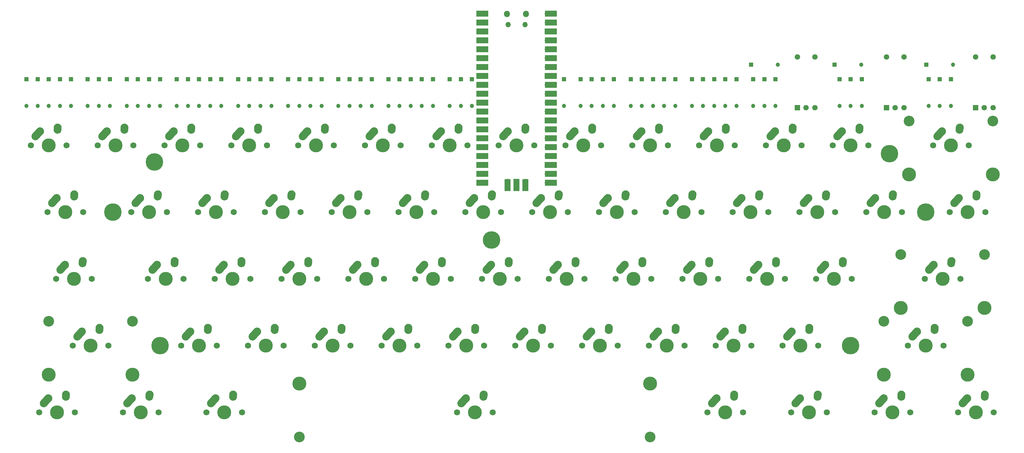
<source format=gbs>
%TF.GenerationSoftware,KiCad,Pcbnew,7.0.4*%
%TF.CreationDate,2023-05-29T10:37:39-04:00*%
%TF.ProjectId,keyboard,6b657962-6f61-4726-942e-6b696361645f,rev?*%
%TF.SameCoordinates,Original*%
%TF.FileFunction,Soldermask,Bot*%
%TF.FilePolarity,Negative*%
%FSLAX46Y46*%
G04 Gerber Fmt 4.6, Leading zero omitted, Abs format (unit mm)*
G04 Created by KiCad (PCBNEW 7.0.4) date 2023-05-29 10:37:39*
%MOMM*%
%LPD*%
G01*
G04 APERTURE LIST*
G04 Aperture macros list*
%AMHorizOval*
0 Thick line with rounded ends*
0 $1 width*
0 $2 $3 position (X,Y) of the first rounded end (center of the circle)*
0 $4 $5 position (X,Y) of the second rounded end (center of the circle)*
0 Add line between two ends*
20,1,$1,$2,$3,$4,$5,0*
0 Add two circle primitives to create the rounded ends*
1,1,$1,$2,$3*
1,1,$1,$4,$5*%
G04 Aperture macros list end*
%ADD10C,3.048000*%
%ADD11C,3.987800*%
%ADD12C,1.750000*%
%ADD13HorizOval,2.250000X0.655001X0.730000X-0.655001X-0.730000X0*%
%ADD14C,2.250000*%
%ADD15HorizOval,2.250000X0.020000X0.290000X-0.020000X-0.290000X0*%
%ADD16R,1.200000X1.200000*%
%ADD17C,1.200000*%
%ADD18C,5.000000*%
%ADD19C,1.550000*%
%ADD20R,1.550000X1.550000*%
%ADD21O,1.800000X1.800000*%
%ADD22O,1.500000X1.500000*%
%ADD23O,1.700000X1.700000*%
%ADD24R,3.500000X1.700000*%
%ADD25R,1.700000X1.700000*%
%ADD26R,1.700000X3.500000*%
G04 APERTURE END LIST*
D10*
%TO.C,MX42*%
X65055750Y-139065000D03*
D11*
X65055750Y-154305000D03*
D12*
X71913750Y-146050000D03*
D11*
X76993750Y-146050000D03*
D12*
X82073750Y-146050000D03*
D10*
X88931750Y-139065000D03*
D11*
X88931750Y-154305000D03*
D13*
X73838751Y-142780000D03*
D14*
X74493750Y-142050000D03*
D15*
X79513750Y-141260000D03*
D14*
X79533750Y-140970000D03*
%TD*%
D16*
%TO.C,D43*%
X230981250Y-70005750D03*
D17*
X230981250Y-77631750D03*
%TD*%
D16*
%TO.C,D60*%
X319087500Y-70005750D03*
D17*
X319087500Y-77631750D03*
%TD*%
D16*
%TO.C,D52*%
X261143750Y-70005750D03*
D17*
X261143750Y-77631750D03*
%TD*%
D18*
%TO.C,REF\u002A\u002A*%
X83343750Y-107950000D03*
%TD*%
D12*
%TO.C,MX50*%
X236220000Y-146050000D03*
D11*
X241300000Y-146050000D03*
D12*
X246380000Y-146050000D03*
D13*
X238145001Y-142780000D03*
D14*
X238800000Y-142050000D03*
D15*
X243820000Y-141260000D03*
D14*
X243840000Y-140970000D03*
%TD*%
D12*
%TO.C,MX33*%
X150495000Y-127000000D03*
D11*
X155575000Y-127000000D03*
D12*
X160655000Y-127000000D03*
D13*
X152420001Y-123730000D03*
D14*
X153075000Y-123000000D03*
D15*
X158095000Y-122210000D03*
D14*
X158115000Y-121920000D03*
%TD*%
D16*
%TO.C,D46*%
X240506250Y-70005750D03*
D17*
X240506250Y-77631750D03*
%TD*%
D12*
%TO.C,MX5*%
X136207500Y-88900000D03*
D11*
X141287500Y-88900000D03*
D12*
X146367500Y-88900000D03*
D13*
X138132501Y-85630000D03*
D14*
X138787500Y-84900000D03*
D15*
X143807500Y-84110000D03*
D14*
X143827500Y-83820000D03*
%TD*%
D12*
%TO.C,MX18*%
X126682500Y-107950000D03*
D11*
X131762500Y-107950000D03*
D12*
X136842500Y-107950000D03*
D13*
X128607501Y-104680000D03*
D14*
X129262500Y-103950000D03*
D15*
X134282500Y-103160000D03*
D14*
X134302500Y-102870000D03*
%TD*%
D12*
%TO.C,MX7*%
X174307500Y-88900000D03*
D11*
X179387500Y-88900000D03*
D12*
X184467500Y-88900000D03*
D13*
X176232501Y-85630000D03*
D14*
X176887500Y-84900000D03*
D15*
X181907500Y-84110000D03*
D14*
X181927500Y-83820000D03*
%TD*%
D16*
%TO.C,D8*%
X82550000Y-70005750D03*
D17*
X82550000Y-77631750D03*
%TD*%
D16*
%TO.C,D31*%
X165100000Y-70005750D03*
D17*
X165100000Y-77631750D03*
%TD*%
D16*
%TO.C,D44*%
X234156250Y-70005750D03*
D17*
X234156250Y-77631750D03*
%TD*%
D12*
%TO.C,MX20*%
X164782500Y-107950000D03*
D11*
X169862500Y-107950000D03*
D12*
X174942500Y-107950000D03*
D13*
X166707501Y-104680000D03*
D14*
X167362500Y-103950000D03*
D15*
X172382500Y-103160000D03*
D14*
X172402500Y-102870000D03*
%TD*%
D12*
%TO.C,MX60*%
X300513750Y-165100000D03*
D11*
X305593750Y-165100000D03*
D12*
X310673750Y-165100000D03*
D13*
X302438751Y-161830000D03*
D14*
X303093750Y-161100000D03*
D15*
X308113750Y-160310000D03*
D14*
X308133750Y-160020000D03*
%TD*%
D16*
%TO.C,D17*%
X114300000Y-70005750D03*
D17*
X114300000Y-77631750D03*
%TD*%
D16*
%TO.C,D11*%
X93662500Y-70005750D03*
D17*
X93662500Y-77631750D03*
%TD*%
D12*
%TO.C,MX27*%
X298132500Y-107950000D03*
D11*
X303212500Y-107950000D03*
D12*
X308292500Y-107950000D03*
D13*
X300057501Y-104680000D03*
D14*
X300712500Y-103950000D03*
D15*
X305732500Y-103160000D03*
D14*
X305752500Y-102870000D03*
%TD*%
D12*
%TO.C,MX2*%
X79057500Y-88900000D03*
D11*
X84137500Y-88900000D03*
D12*
X89217500Y-88900000D03*
D13*
X80982501Y-85630000D03*
D14*
X81637500Y-84900000D03*
D15*
X86657500Y-84110000D03*
D14*
X86677500Y-83820000D03*
%TD*%
D16*
%TO.C,D39*%
X216693750Y-70005750D03*
D17*
X216693750Y-77631750D03*
%TD*%
D16*
%TO.C,D48*%
X248443750Y-70005750D03*
D17*
X248443750Y-77631750D03*
%TD*%
D16*
%TO.C,D10*%
X90487500Y-70005750D03*
D17*
X90487500Y-77631750D03*
%TD*%
D16*
%TO.C,D2*%
X61912500Y-70005750D03*
D17*
X61912500Y-77631750D03*
%TD*%
D12*
%TO.C,MX30*%
X93345000Y-127000000D03*
D11*
X98425000Y-127000000D03*
D12*
X103505000Y-127000000D03*
D13*
X95270001Y-123730000D03*
D14*
X95925000Y-123000000D03*
D15*
X100945000Y-122210000D03*
D14*
X100965000Y-121920000D03*
%TD*%
D12*
%TO.C,MX48*%
X198120000Y-146050000D03*
D11*
X203200000Y-146050000D03*
D12*
X208280000Y-146050000D03*
D13*
X200045001Y-142780000D03*
D14*
X200700000Y-142050000D03*
D15*
X205720000Y-141260000D03*
D14*
X205740000Y-140970000D03*
%TD*%
D16*
%TO.C,D13*%
X101600000Y-70005750D03*
D17*
X101600000Y-77631750D03*
%TD*%
D16*
%TO.C,D41*%
X223043750Y-70005750D03*
D17*
X223043750Y-77631750D03*
%TD*%
D16*
%TO.C,D23*%
X136525000Y-70005750D03*
D17*
X136525000Y-77631750D03*
%TD*%
D12*
%TO.C,MX55*%
X86201250Y-165100000D03*
D11*
X91281250Y-165100000D03*
D12*
X96361250Y-165100000D03*
D13*
X88126251Y-161830000D03*
D14*
X88781250Y-161100000D03*
D15*
X93801250Y-160310000D03*
D14*
X93821250Y-160020000D03*
%TD*%
D12*
%TO.C,MX6*%
X155257500Y-88900000D03*
D11*
X160337500Y-88900000D03*
D12*
X165417500Y-88900000D03*
D13*
X157182501Y-85630000D03*
D14*
X157837500Y-84900000D03*
D15*
X162857500Y-84110000D03*
D14*
X162877500Y-83820000D03*
%TD*%
D16*
%TO.C,D64*%
X315274500Y-65881250D03*
D17*
X322900500Y-65881250D03*
%TD*%
D18*
%TO.C,*%
X95250000Y-93662500D03*
%TD*%
D16*
%TO.C,D33*%
X171450000Y-70005750D03*
D17*
X171450000Y-77631750D03*
%TD*%
D12*
%TO.C,MX51*%
X255270000Y-146050000D03*
D11*
X260350000Y-146050000D03*
D12*
X265430000Y-146050000D03*
D13*
X257195001Y-142780000D03*
D14*
X257850000Y-142050000D03*
D15*
X262870000Y-141260000D03*
D14*
X262890000Y-140970000D03*
%TD*%
D10*
%TO.C,MX41*%
X307943250Y-120015000D03*
D11*
X307943250Y-135255000D03*
D12*
X314801250Y-127000000D03*
D11*
X319881250Y-127000000D03*
D12*
X324961250Y-127000000D03*
D10*
X331819250Y-120015000D03*
D11*
X331819250Y-135255000D03*
D13*
X316726251Y-123730000D03*
D14*
X317381250Y-123000000D03*
D15*
X322401250Y-122210000D03*
D14*
X322421250Y-121920000D03*
%TD*%
D12*
%TO.C,MX3*%
X98107500Y-88900000D03*
D11*
X103187500Y-88900000D03*
D12*
X108267500Y-88900000D03*
D13*
X100032501Y-85630000D03*
D14*
X100687500Y-84900000D03*
D15*
X105707500Y-84110000D03*
D14*
X105727500Y-83820000D03*
%TD*%
D16*
%TO.C,D15*%
X107950000Y-70005750D03*
D17*
X107950000Y-77631750D03*
%TD*%
D16*
%TO.C,D26*%
X147637500Y-70005750D03*
D17*
X147637500Y-77631750D03*
%TD*%
D16*
%TO.C,D30*%
X161925000Y-70005750D03*
D17*
X161925000Y-77631750D03*
%TD*%
D16*
%TO.C,D3*%
X65087500Y-70005750D03*
D17*
X65087500Y-77631750D03*
%TD*%
D12*
%TO.C,MX44*%
X121920000Y-146050000D03*
D11*
X127000000Y-146050000D03*
D12*
X132080000Y-146050000D03*
D13*
X123845001Y-142780000D03*
D14*
X124500000Y-142050000D03*
D15*
X129520000Y-141260000D03*
D14*
X129540000Y-140970000D03*
%TD*%
D19*
%TO.C,ENC3*%
X329287500Y-63643750D03*
X334287500Y-63643750D03*
D20*
X329287500Y-78143750D03*
D19*
X334287500Y-78143750D03*
X331787500Y-78143750D03*
%TD*%
D16*
%TO.C,D22*%
X133350000Y-70005750D03*
D17*
X133350000Y-77631750D03*
%TD*%
D16*
%TO.C,D45*%
X237331250Y-70005750D03*
D17*
X237331250Y-77631750D03*
%TD*%
D12*
%TO.C,MX56*%
X110013750Y-165100000D03*
D11*
X115093750Y-165100000D03*
D12*
X120173750Y-165100000D03*
D13*
X111938751Y-161830000D03*
D14*
X112593750Y-161100000D03*
D15*
X117613750Y-160310000D03*
D14*
X117633750Y-160020000D03*
%TD*%
D16*
%TO.C,D56*%
X290512500Y-70005750D03*
D17*
X290512500Y-77631750D03*
%TD*%
D12*
%TO.C,MX32*%
X131445000Y-127000000D03*
D11*
X136525000Y-127000000D03*
D12*
X141605000Y-127000000D03*
D13*
X133370001Y-123730000D03*
D14*
X134025000Y-123000000D03*
D15*
X139045000Y-122210000D03*
D14*
X139065000Y-121920000D03*
%TD*%
D16*
%TO.C,D18*%
X119062500Y-70005750D03*
D17*
X119062500Y-77631750D03*
%TD*%
D12*
%TO.C,MX34*%
X169545000Y-127000000D03*
D11*
X174625000Y-127000000D03*
D12*
X179705000Y-127000000D03*
D13*
X171470001Y-123730000D03*
D14*
X172125000Y-123000000D03*
D15*
X177145000Y-122210000D03*
D14*
X177165000Y-121920000D03*
%TD*%
D12*
%TO.C,MX10*%
X231457500Y-88900000D03*
D11*
X236537500Y-88900000D03*
D12*
X241617500Y-88900000D03*
D13*
X233382501Y-85630000D03*
D14*
X234037500Y-84900000D03*
D15*
X239057500Y-84110000D03*
D14*
X239077500Y-83820000D03*
%TD*%
D16*
%TO.C,D19*%
X122237500Y-70005750D03*
D17*
X122237500Y-77631750D03*
%TD*%
D16*
%TO.C,D38*%
X211931250Y-70005750D03*
D17*
X211931250Y-77631750D03*
%TD*%
D16*
%TO.C,D40*%
X219868750Y-70005750D03*
D17*
X219868750Y-77631750D03*
%TD*%
D19*
%TO.C,ENC1*%
X278487500Y-63643750D03*
X283487500Y-63643750D03*
D20*
X278487500Y-78143750D03*
D19*
X283487500Y-78143750D03*
X280987500Y-78143750D03*
%TD*%
D12*
%TO.C,MX52*%
X274320000Y-146050000D03*
D11*
X279400000Y-146050000D03*
D12*
X284480000Y-146050000D03*
D13*
X276245001Y-142780000D03*
D14*
X276900000Y-142050000D03*
D15*
X281920000Y-141260000D03*
D14*
X281940000Y-140970000D03*
%TD*%
D12*
%TO.C,MX17*%
X107632500Y-107950000D03*
D11*
X112712500Y-107950000D03*
D12*
X117792500Y-107950000D03*
D13*
X109557501Y-104680000D03*
D14*
X110212500Y-103950000D03*
D15*
X115232500Y-103160000D03*
D14*
X115252500Y-102870000D03*
%TD*%
D16*
%TO.C,D53*%
X265906250Y-70005750D03*
D17*
X265906250Y-77631750D03*
%TD*%
D16*
%TO.C,D1*%
X58737500Y-70005750D03*
D17*
X58737500Y-77631750D03*
%TD*%
D12*
%TO.C,MX39*%
X264795000Y-127000000D03*
D11*
X269875000Y-127000000D03*
D12*
X274955000Y-127000000D03*
D13*
X266720001Y-123730000D03*
D14*
X267375000Y-123000000D03*
D15*
X272395000Y-122210000D03*
D14*
X272415000Y-121920000D03*
%TD*%
D12*
%TO.C,MX43*%
X102870000Y-146050000D03*
D11*
X107950000Y-146050000D03*
D12*
X113030000Y-146050000D03*
D13*
X104795001Y-142780000D03*
D14*
X105450000Y-142050000D03*
D15*
X110470000Y-141260000D03*
D14*
X110490000Y-140970000D03*
%TD*%
D16*
%TO.C,D42*%
X226218750Y-70005750D03*
D17*
X226218750Y-77631750D03*
%TD*%
D19*
%TO.C,ENC2*%
X303887500Y-63643750D03*
X308887500Y-63643750D03*
D20*
X303887500Y-78143750D03*
D19*
X308887500Y-78143750D03*
X306387500Y-78143750D03*
%TD*%
D16*
%TO.C,D47*%
X243681250Y-70005750D03*
D17*
X243681250Y-77631750D03*
%TD*%
D12*
%TO.C,MX45*%
X140970000Y-146050000D03*
D11*
X146050000Y-146050000D03*
D12*
X151130000Y-146050000D03*
D13*
X142895001Y-142780000D03*
D14*
X143550000Y-142050000D03*
D15*
X148570000Y-141260000D03*
D14*
X148590000Y-140970000D03*
%TD*%
D16*
%TO.C,D49*%
X251618750Y-70005750D03*
D17*
X251618750Y-77631750D03*
%TD*%
D16*
%TO.C,D24*%
X139700000Y-70005750D03*
D17*
X139700000Y-77631750D03*
%TD*%
D18*
%TO.C,REF\u002A\u002A*%
X315118750Y-107950000D03*
%TD*%
D16*
%TO.C,D29*%
X157162500Y-70005750D03*
D17*
X157162500Y-77631750D03*
%TD*%
D12*
%TO.C,MX37*%
X226695000Y-127000000D03*
D11*
X231775000Y-127000000D03*
D12*
X236855000Y-127000000D03*
D13*
X228620001Y-123730000D03*
D14*
X229275000Y-123000000D03*
D15*
X234295000Y-122210000D03*
D14*
X234315000Y-121920000D03*
%TD*%
D18*
%TO.C,REF\u002A\u002A*%
X95250000Y-93662500D03*
%TD*%
D16*
%TO.C,D28*%
X153987500Y-70005750D03*
D17*
X153987500Y-77631750D03*
%TD*%
D12*
%TO.C,MX40*%
X283845000Y-127000000D03*
D11*
X288925000Y-127000000D03*
D12*
X294005000Y-127000000D03*
D13*
X285770001Y-123730000D03*
D14*
X286425000Y-123000000D03*
D15*
X291445000Y-122210000D03*
D14*
X291465000Y-121920000D03*
%TD*%
D16*
%TO.C,D58*%
X296862500Y-70005750D03*
D17*
X296862500Y-77631750D03*
%TD*%
D16*
%TO.C,D14*%
X104775000Y-70005750D03*
D17*
X104775000Y-77631750D03*
%TD*%
D16*
%TO.C,D6*%
X76200000Y-70005750D03*
D17*
X76200000Y-77631750D03*
%TD*%
D12*
%TO.C,MX54*%
X62388750Y-165100000D03*
D11*
X67468750Y-165100000D03*
D12*
X72548750Y-165100000D03*
D13*
X64313751Y-161830000D03*
D14*
X64968750Y-161100000D03*
D15*
X69988750Y-160310000D03*
D14*
X70008750Y-160020000D03*
%TD*%
D16*
%TO.C,D34*%
X174625000Y-70005750D03*
D17*
X174625000Y-77631750D03*
%TD*%
D12*
%TO.C,MX15*%
X64770000Y-107950000D03*
D11*
X69850000Y-107950000D03*
D12*
X74930000Y-107950000D03*
D13*
X66695001Y-104680000D03*
D14*
X67350000Y-103950000D03*
D15*
X72370000Y-103160000D03*
D14*
X72390000Y-102870000D03*
%TD*%
D12*
%TO.C,MX36*%
X207645000Y-127000000D03*
D11*
X212725000Y-127000000D03*
D12*
X217805000Y-127000000D03*
D13*
X209570001Y-123730000D03*
D14*
X210225000Y-123000000D03*
D15*
X215245000Y-122210000D03*
D14*
X215265000Y-121920000D03*
%TD*%
D12*
%TO.C,MX49*%
X217170000Y-146050000D03*
D11*
X222250000Y-146050000D03*
D12*
X227330000Y-146050000D03*
D13*
X219095001Y-142780000D03*
D14*
X219750000Y-142050000D03*
D15*
X224770000Y-141260000D03*
D14*
X224790000Y-140970000D03*
%TD*%
D16*
%TO.C,D62*%
X265268250Y-65881250D03*
D17*
X272894250Y-65881250D03*
%TD*%
D16*
%TO.C,D20*%
X125412500Y-70005750D03*
D17*
X125412500Y-77631750D03*
%TD*%
D12*
%TO.C,MX31*%
X112395000Y-127000000D03*
D11*
X117475000Y-127000000D03*
D12*
X122555000Y-127000000D03*
D13*
X114320001Y-123730000D03*
D14*
X114975000Y-123000000D03*
D15*
X119995000Y-122210000D03*
D14*
X120015000Y-121920000D03*
%TD*%
D12*
%TO.C,MX13*%
X288607500Y-88900000D03*
D11*
X293687500Y-88900000D03*
D12*
X298767500Y-88900000D03*
D13*
X290532501Y-85630000D03*
D14*
X291187500Y-84900000D03*
D15*
X296207500Y-84110000D03*
D14*
X296227500Y-83820000D03*
%TD*%
D16*
%TO.C,D12*%
X96837500Y-70005750D03*
D17*
X96837500Y-77631750D03*
%TD*%
D10*
%TO.C,MX53*%
X303180750Y-139065000D03*
D11*
X303180750Y-154305000D03*
D12*
X310038750Y-146050000D03*
D11*
X315118750Y-146050000D03*
D12*
X320198750Y-146050000D03*
D10*
X327056750Y-139065000D03*
D11*
X327056750Y-154305000D03*
D13*
X311963751Y-142780000D03*
D14*
X312618750Y-142050000D03*
D15*
X317638750Y-141260000D03*
D14*
X317658750Y-140970000D03*
%TD*%
D16*
%TO.C,D35*%
X179387500Y-70005750D03*
D17*
X179387500Y-77631750D03*
%TD*%
D16*
%TO.C,D16*%
X111125000Y-70005750D03*
D17*
X111125000Y-77631750D03*
%TD*%
D16*
%TO.C,D5*%
X71437500Y-70005750D03*
D17*
X71437500Y-77631750D03*
%TD*%
D16*
%TO.C,D61*%
X322262500Y-70005750D03*
D17*
X322262500Y-77631750D03*
%TD*%
D16*
%TO.C,D51*%
X257968750Y-70005750D03*
D17*
X257968750Y-77631750D03*
%TD*%
D18*
%TO.C,REF\u002A\u002A*%
X304800000Y-91281250D03*
%TD*%
D12*
%TO.C,MX23*%
X221932500Y-107950000D03*
D11*
X227012500Y-107950000D03*
D12*
X232092500Y-107950000D03*
D13*
X223857501Y-104680000D03*
D14*
X224512500Y-103950000D03*
D15*
X229532500Y-103160000D03*
D14*
X229552500Y-102870000D03*
%TD*%
D11*
%TO.C,MX57*%
X136531350Y-156845000D03*
D10*
X136531350Y-172085000D03*
D12*
X181451250Y-165100000D03*
D11*
X186531250Y-165100000D03*
D12*
X191611250Y-165100000D03*
D11*
X236531150Y-156845000D03*
D10*
X236531150Y-172085000D03*
D13*
X183376251Y-161830000D03*
D14*
X184031250Y-161100000D03*
D15*
X189051250Y-160310000D03*
D14*
X189071250Y-160020000D03*
%TD*%
D16*
%TO.C,D55*%
X272256250Y-70005750D03*
D17*
X272256250Y-77631750D03*
%TD*%
D12*
%TO.C,MX8*%
X193357500Y-88900000D03*
D11*
X198437500Y-88900000D03*
D12*
X203517500Y-88900000D03*
D13*
X195282501Y-85630000D03*
D14*
X195937500Y-84900000D03*
D15*
X200957500Y-84110000D03*
D14*
X200977500Y-83820000D03*
%TD*%
D16*
%TO.C,D54*%
X269081250Y-70005750D03*
D17*
X269081250Y-77631750D03*
%TD*%
D12*
%TO.C,MX47*%
X179070000Y-146050000D03*
D11*
X184150000Y-146050000D03*
D12*
X189230000Y-146050000D03*
D13*
X180995001Y-142780000D03*
D14*
X181650000Y-142050000D03*
D15*
X186670000Y-141260000D03*
D14*
X186690000Y-140970000D03*
%TD*%
D12*
%TO.C,MX59*%
X276701250Y-165100000D03*
D11*
X281781250Y-165100000D03*
D12*
X286861250Y-165100000D03*
D13*
X278626251Y-161830000D03*
D14*
X279281250Y-161100000D03*
D15*
X284301250Y-160310000D03*
D14*
X284321250Y-160020000D03*
%TD*%
D16*
%TO.C,D21*%
X128587500Y-70005750D03*
D17*
X128587500Y-77631750D03*
%TD*%
D16*
%TO.C,D59*%
X315912500Y-70005750D03*
D17*
X315912500Y-77631750D03*
%TD*%
D12*
%TO.C,MX46*%
X160020000Y-146050000D03*
D11*
X165100000Y-146050000D03*
D12*
X170180000Y-146050000D03*
D13*
X161945001Y-142780000D03*
D14*
X162600000Y-142050000D03*
D15*
X167620000Y-141260000D03*
D14*
X167640000Y-140970000D03*
%TD*%
D16*
%TO.C,D27*%
X150812500Y-70005750D03*
D17*
X150812500Y-77631750D03*
%TD*%
D18*
%TO.C,REF\u002A\u002A*%
X96837500Y-146050000D03*
%TD*%
D12*
%TO.C,MX58*%
X252888750Y-165100000D03*
D11*
X257968750Y-165100000D03*
D12*
X263048750Y-165100000D03*
D13*
X254813751Y-161830000D03*
D14*
X255468750Y-161100000D03*
D15*
X260488750Y-160310000D03*
D14*
X260508750Y-160020000D03*
%TD*%
D16*
%TO.C,D50*%
X254793750Y-70005750D03*
D17*
X254793750Y-77631750D03*
%TD*%
D16*
%TO.C,D57*%
X293687500Y-70005750D03*
D17*
X293687500Y-77631750D03*
%TD*%
D16*
%TO.C,D4*%
X68262500Y-70005750D03*
D17*
X68262500Y-77631750D03*
%TD*%
D12*
%TO.C,MX26*%
X279082500Y-107950000D03*
D11*
X284162500Y-107950000D03*
D12*
X289242500Y-107950000D03*
D13*
X281007501Y-104680000D03*
D14*
X281662500Y-103950000D03*
D15*
X286682500Y-103160000D03*
D14*
X286702500Y-102870000D03*
%TD*%
D12*
%TO.C,MX35*%
X188595000Y-127000000D03*
D11*
X193675000Y-127000000D03*
D12*
X198755000Y-127000000D03*
D13*
X190520001Y-123730000D03*
D14*
X191175000Y-123000000D03*
D15*
X196195000Y-122210000D03*
D14*
X196215000Y-121920000D03*
%TD*%
D12*
%TO.C,MX24*%
X240982500Y-107950000D03*
D11*
X246062500Y-107950000D03*
D12*
X251142500Y-107950000D03*
D13*
X242907501Y-104680000D03*
D14*
X243562500Y-103950000D03*
D15*
X248582500Y-103160000D03*
D14*
X248602500Y-102870000D03*
%TD*%
D16*
%TO.C,D9*%
X87312500Y-70005750D03*
D17*
X87312500Y-77631750D03*
%TD*%
D16*
%TO.C,D7*%
X79375000Y-70005750D03*
D17*
X79375000Y-77631750D03*
%TD*%
D16*
%TO.C,D63*%
X289080750Y-65881250D03*
D17*
X296706750Y-65881250D03*
%TD*%
D12*
%TO.C,MX38*%
X245745000Y-127000000D03*
D11*
X250825000Y-127000000D03*
D12*
X255905000Y-127000000D03*
D13*
X247670001Y-123730000D03*
D14*
X248325000Y-123000000D03*
D15*
X253345000Y-122210000D03*
D14*
X253365000Y-121920000D03*
%TD*%
D12*
%TO.C,MX21*%
X183832500Y-107950000D03*
D11*
X188912500Y-107950000D03*
D12*
X193992500Y-107950000D03*
D13*
X185757501Y-104680000D03*
D14*
X186412500Y-103950000D03*
D15*
X191432500Y-103160000D03*
D14*
X191452500Y-102870000D03*
%TD*%
D12*
%TO.C,MX19*%
X145732500Y-107950000D03*
D11*
X150812500Y-107950000D03*
D12*
X155892500Y-107950000D03*
D13*
X147657501Y-104680000D03*
D14*
X148312500Y-103950000D03*
D15*
X153332500Y-103160000D03*
D14*
X153352500Y-102870000D03*
%TD*%
D12*
%TO.C,MX25*%
X260032500Y-107950000D03*
D11*
X265112500Y-107950000D03*
D12*
X270192500Y-107950000D03*
D13*
X261957501Y-104680000D03*
D14*
X262612500Y-103950000D03*
D15*
X267632500Y-103160000D03*
D14*
X267652500Y-102870000D03*
%TD*%
D16*
%TO.C,D36*%
X182562500Y-70005750D03*
D17*
X182562500Y-77631750D03*
%TD*%
D18*
%TO.C,REF\u002A\u002A*%
X191293750Y-115887500D03*
%TD*%
D10*
%TO.C,MX14*%
X310324500Y-81915000D03*
D11*
X310324500Y-97155000D03*
D12*
X317182500Y-88900000D03*
D11*
X322262500Y-88900000D03*
D12*
X327342500Y-88900000D03*
D10*
X334200500Y-81915000D03*
D11*
X334200500Y-97155000D03*
D13*
X319107501Y-85630000D03*
D14*
X319762500Y-84900000D03*
D15*
X324782500Y-84110000D03*
D14*
X324802500Y-83820000D03*
%TD*%
D12*
%TO.C,MX61*%
X324326250Y-165100000D03*
D11*
X329406250Y-165100000D03*
D12*
X334486250Y-165100000D03*
D13*
X326251251Y-161830000D03*
D14*
X326906250Y-161100000D03*
D15*
X331926250Y-160310000D03*
D14*
X331946250Y-160020000D03*
%TD*%
D12*
%TO.C,MX28*%
X321945000Y-107950000D03*
D11*
X327025000Y-107950000D03*
D12*
X332105000Y-107950000D03*
D13*
X323870001Y-104680000D03*
D14*
X324525000Y-103950000D03*
D15*
X329545000Y-103160000D03*
D14*
X329565000Y-102870000D03*
%TD*%
D12*
%TO.C,MX12*%
X269557500Y-88900000D03*
D11*
X274637500Y-88900000D03*
D12*
X279717500Y-88900000D03*
D13*
X271482501Y-85630000D03*
D14*
X272137500Y-84900000D03*
D15*
X277157500Y-84110000D03*
D14*
X277177500Y-83820000D03*
%TD*%
D16*
%TO.C,D25*%
X142875000Y-70005750D03*
D17*
X142875000Y-77631750D03*
%TD*%
D12*
%TO.C,MX16*%
X88582500Y-107950000D03*
D11*
X93662500Y-107950000D03*
D12*
X98742500Y-107950000D03*
D13*
X90507501Y-104680000D03*
D14*
X91162500Y-103950000D03*
D15*
X96182500Y-103160000D03*
D14*
X96202500Y-102870000D03*
%TD*%
D12*
%TO.C,MX1*%
X60007500Y-88900000D03*
D11*
X65087500Y-88900000D03*
D12*
X70167500Y-88900000D03*
D13*
X61932501Y-85630000D03*
D14*
X62587500Y-84900000D03*
D15*
X67607500Y-84110000D03*
D14*
X67627500Y-83820000D03*
%TD*%
D12*
%TO.C,MX4*%
X117157500Y-88900000D03*
D11*
X122237500Y-88900000D03*
D12*
X127317500Y-88900000D03*
D13*
X119082501Y-85630000D03*
D14*
X119737500Y-84900000D03*
D15*
X124757500Y-84110000D03*
D14*
X124777500Y-83820000D03*
%TD*%
D18*
%TO.C,REF\u002A\u002A*%
X293687500Y-146050000D03*
%TD*%
D12*
%TO.C,MX11*%
X250507500Y-88900000D03*
D11*
X255587500Y-88900000D03*
D12*
X260667500Y-88900000D03*
D13*
X252432501Y-85630000D03*
D14*
X253087500Y-84900000D03*
D15*
X258107500Y-84110000D03*
D14*
X258127500Y-83820000D03*
%TD*%
D16*
%TO.C,D32*%
X168275000Y-70005750D03*
D17*
X168275000Y-77631750D03*
%TD*%
D12*
%TO.C,MX29*%
X67151250Y-127000000D03*
D11*
X72231250Y-127000000D03*
D12*
X77311250Y-127000000D03*
D13*
X69076251Y-123730000D03*
D14*
X69731250Y-123000000D03*
D15*
X74751250Y-122210000D03*
D14*
X74771250Y-121920000D03*
%TD*%
D16*
%TO.C,D37*%
X185737500Y-70005750D03*
D17*
X185737500Y-77631750D03*
%TD*%
D12*
%TO.C,MX22*%
X202882500Y-107950000D03*
D11*
X207962500Y-107950000D03*
D12*
X213042500Y-107950000D03*
D13*
X204807501Y-104680000D03*
D14*
X205462500Y-103950000D03*
D15*
X210482500Y-103160000D03*
D14*
X210502500Y-102870000D03*
%TD*%
D12*
%TO.C,MX9*%
X212407500Y-88900000D03*
D11*
X217487500Y-88900000D03*
D12*
X222567500Y-88900000D03*
D13*
X214332501Y-85630000D03*
D14*
X214987500Y-84900000D03*
D15*
X220007500Y-84110000D03*
D14*
X220027500Y-83820000D03*
%TD*%
D21*
%TO.C,U1*%
X201162500Y-51406250D03*
D22*
X200862500Y-54436250D03*
X196012500Y-54436250D03*
D21*
X195712500Y-51406250D03*
D23*
X207327500Y-51276250D03*
D24*
X208227500Y-51276250D03*
D23*
X207327500Y-53816250D03*
D24*
X208227500Y-53816250D03*
D25*
X207327500Y-56356250D03*
D24*
X208227500Y-56356250D03*
D23*
X207327500Y-58896250D03*
D24*
X208227500Y-58896250D03*
D23*
X207327500Y-61436250D03*
D24*
X208227500Y-61436250D03*
D23*
X207327500Y-63976250D03*
D24*
X208227500Y-63976250D03*
D23*
X207327500Y-66516250D03*
D24*
X208227500Y-66516250D03*
D25*
X207327500Y-69056250D03*
D24*
X208227500Y-69056250D03*
D23*
X207327500Y-71596250D03*
D24*
X208227500Y-71596250D03*
D23*
X207327500Y-74136250D03*
D24*
X208227500Y-74136250D03*
D23*
X207327500Y-76676250D03*
D24*
X208227500Y-76676250D03*
D23*
X207327500Y-79216250D03*
D24*
X208227500Y-79216250D03*
D25*
X207327500Y-81756250D03*
D24*
X208227500Y-81756250D03*
D23*
X207327500Y-84296250D03*
D24*
X208227500Y-84296250D03*
D23*
X207327500Y-86836250D03*
D24*
X208227500Y-86836250D03*
D23*
X207327500Y-89376250D03*
D24*
X208227500Y-89376250D03*
D23*
X207327500Y-91916250D03*
D24*
X208227500Y-91916250D03*
D25*
X207327500Y-94456250D03*
D24*
X208227500Y-94456250D03*
D23*
X207327500Y-96996250D03*
D24*
X208227500Y-96996250D03*
D23*
X207327500Y-99536250D03*
D24*
X208227500Y-99536250D03*
D23*
X189547500Y-99536250D03*
D24*
X188647500Y-99536250D03*
D23*
X189547500Y-96996250D03*
D24*
X188647500Y-96996250D03*
D25*
X189547500Y-94456250D03*
D24*
X188647500Y-94456250D03*
D23*
X189547500Y-91916250D03*
D24*
X188647500Y-91916250D03*
D23*
X189547500Y-89376250D03*
D24*
X188647500Y-89376250D03*
D23*
X189547500Y-86836250D03*
D24*
X188647500Y-86836250D03*
D23*
X189547500Y-84296250D03*
D24*
X188647500Y-84296250D03*
D25*
X189547500Y-81756250D03*
D24*
X188647500Y-81756250D03*
D23*
X189547500Y-79216250D03*
D24*
X188647500Y-79216250D03*
D23*
X189547500Y-76676250D03*
D24*
X188647500Y-76676250D03*
D23*
X189547500Y-74136250D03*
D24*
X188647500Y-74136250D03*
D23*
X189547500Y-71596250D03*
D24*
X188647500Y-71596250D03*
D25*
X189547500Y-69056250D03*
D24*
X188647500Y-69056250D03*
D23*
X189547500Y-66516250D03*
D24*
X188647500Y-66516250D03*
D23*
X189547500Y-63976250D03*
D24*
X188647500Y-63976250D03*
D23*
X189547500Y-61436250D03*
D24*
X188647500Y-61436250D03*
D23*
X189547500Y-58896250D03*
D24*
X188647500Y-58896250D03*
D25*
X189547500Y-56356250D03*
D24*
X188647500Y-56356250D03*
D23*
X189547500Y-53816250D03*
D24*
X188647500Y-53816250D03*
D23*
X189547500Y-51276250D03*
D24*
X188647500Y-51276250D03*
D23*
X200977500Y-99306250D03*
D26*
X200977500Y-100206250D03*
D25*
X198437500Y-99306250D03*
D26*
X198437500Y-100206250D03*
D23*
X195897500Y-99306250D03*
D26*
X195897500Y-100206250D03*
%TD*%
M02*

</source>
